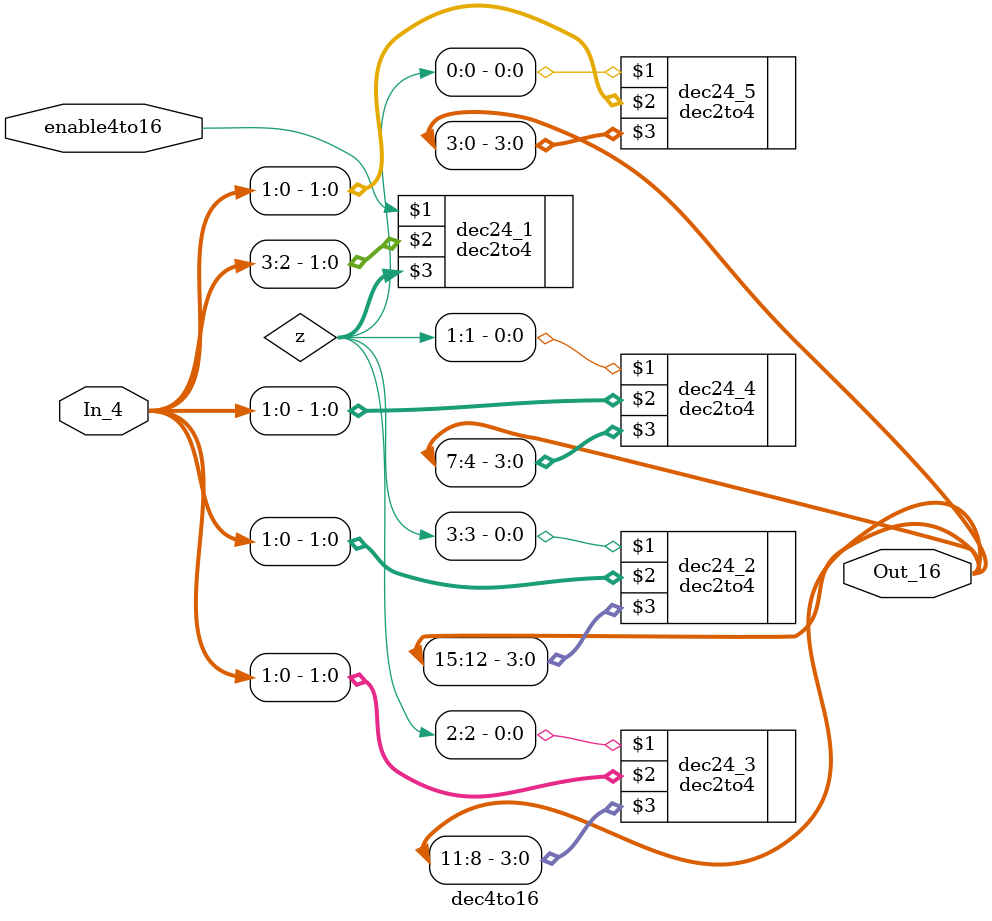
<source format=v>
module dec4to16(enable4to16,In_4,Out_16);
	input enable4to16;
	input [3:0] In_4;
	output [15:0] Out_16;
	wire [3:0] z;
		
	dec2to4 dec24_1(enable4to16,In_4[3:2],z[3:0]);
	dec2to4 dec24_2(z[3],In_4[1:0],Out_16[15:12]);
	dec2to4 dec24_3(z[2],In_4[1:0],Out_16[11:8]);
	dec2to4 dec24_4(z[1],In_4[1:0],Out_16[7:4]);
	dec2to4 dec24_5(z[0],In_4[1:0],Out_16[3:0]);
endmodule

</source>
